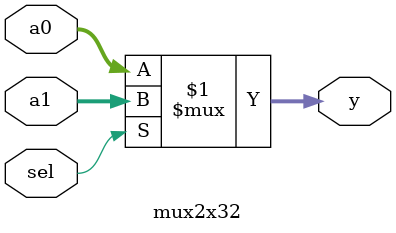
<source format=v>

module mux2x32 (
    input [31: 0] a0,
    input [31: 0] a1,
    input sel,
    output wire [31: 0] y
);
    
   
    assign y = (sel ? a1 : a0);
   
endmodule
</source>
